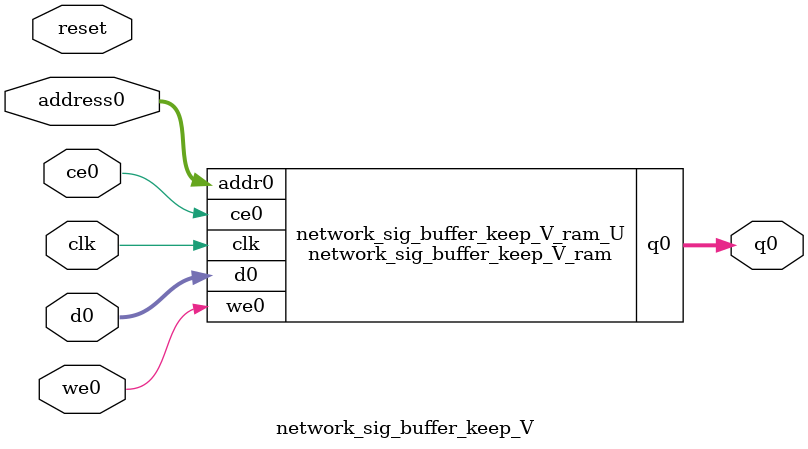
<source format=v>
`timescale 1 ns / 1 ps
module network_sig_buffer_keep_V_ram (addr0, ce0, d0, we0, q0,  clk);

parameter DWIDTH = 2;
parameter AWIDTH = 10;
parameter MEM_SIZE = 784;

input[AWIDTH-1:0] addr0;
input ce0;
input[DWIDTH-1:0] d0;
input we0;
output wire[DWIDTH-1:0] q0;
input clk;

(* ram_style = "block" *)reg [DWIDTH-1:0] ram[0:MEM_SIZE-1];
reg [DWIDTH-1:0] q0_t0;
reg [DWIDTH-1:0] q0_t1;


assign q0 = q0_t1;

always @(posedge clk)  
begin
    if (ce0) 
    begin
        q0_t1 <= q0_t0;
    end
end


always @(posedge clk)  
begin 
    if (ce0) 
    begin
        if (we0) 
        begin 
            ram[addr0] <= d0; 
        end 
        q0_t0 <= ram[addr0];
    end
end


endmodule

`timescale 1 ns / 1 ps
module network_sig_buffer_keep_V(
    reset,
    clk,
    address0,
    ce0,
    we0,
    d0,
    q0);

parameter DataWidth = 32'd2;
parameter AddressRange = 32'd784;
parameter AddressWidth = 32'd10;
input reset;
input clk;
input[AddressWidth - 1:0] address0;
input ce0;
input we0;
input[DataWidth - 1:0] d0;
output[DataWidth - 1:0] q0;



network_sig_buffer_keep_V_ram network_sig_buffer_keep_V_ram_U(
    .clk( clk ),
    .addr0( address0 ),
    .ce0( ce0 ),
    .we0( we0 ),
    .d0( d0 ),
    .q0( q0 ));

endmodule


</source>
